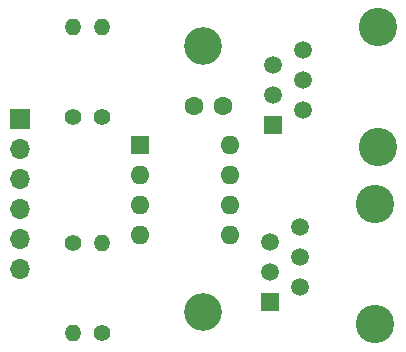
<source format=gbr>
%TF.GenerationSoftware,KiCad,Pcbnew,7.0.7*%
%TF.CreationDate,2024-02-24T14:04:37+01:00*%
%TF.ProjectId,Xnet,586e6574-2e6b-4696-9361-645f70636258,rev?*%
%TF.SameCoordinates,Original*%
%TF.FileFunction,Soldermask,Top*%
%TF.FilePolarity,Negative*%
%FSLAX46Y46*%
G04 Gerber Fmt 4.6, Leading zero omitted, Abs format (unit mm)*
G04 Created by KiCad (PCBNEW 7.0.7) date 2024-02-24 14:04:37*
%MOMM*%
%LPD*%
G01*
G04 APERTURE LIST*
%ADD10C,1.600000*%
%ADD11C,3.200000*%
%ADD12C,1.400000*%
%ADD13O,1.400000X1.400000*%
%ADD14R,1.700000X1.700000*%
%ADD15O,1.700000X1.700000*%
%ADD16C,3.250000*%
%ADD17R,1.520000X1.520000*%
%ADD18C,1.520000*%
%ADD19R,1.600000X1.600000*%
%ADD20O,1.600000X1.600000*%
G04 APERTURE END LIST*
D10*
%TO.C,C401*%
X138750000Y-95600000D03*
X136250000Y-95600000D03*
%TD*%
D11*
%TO.C,REF\u002A\u002A*%
X137000000Y-113000000D03*
%TD*%
D12*
%TO.C,R401*%
X128500000Y-96500000D03*
D13*
X128500000Y-88880000D03*
%TD*%
D14*
%TO.C,J403*%
X121500000Y-96650000D03*
D15*
X121500000Y-99190000D03*
X121500000Y-101730000D03*
X121500000Y-104270000D03*
X121500000Y-106810000D03*
X121500000Y-109350000D03*
%TD*%
D11*
%TO.C,REF\u002A\u002A*%
X137000000Y-90500000D03*
%TD*%
D16*
%TO.C,J402*%
X151620000Y-114080000D03*
X151620000Y-103920000D03*
D17*
X142730000Y-112170000D03*
D18*
X145270000Y-110900000D03*
X142730000Y-109630000D03*
X145270000Y-108360000D03*
X142730000Y-107090000D03*
X145270000Y-105820000D03*
%TD*%
D12*
%TO.C,R402*%
X126000000Y-96500000D03*
D13*
X126000000Y-88880000D03*
%TD*%
D12*
%TO.C,R403*%
X126000000Y-107190000D03*
D13*
X126000000Y-114810000D03*
%TD*%
D16*
%TO.C,J401*%
X151800000Y-99080000D03*
X151800000Y-88920000D03*
D17*
X142910000Y-97170000D03*
D18*
X145450000Y-95900000D03*
X142910000Y-94630000D03*
X145450000Y-93360000D03*
X142910000Y-92090000D03*
X145450000Y-90820000D03*
%TD*%
D12*
%TO.C,R404*%
X128500000Y-114810000D03*
D13*
X128500000Y-107190000D03*
%TD*%
D19*
%TO.C,U401*%
X131700000Y-98900000D03*
D20*
X131700000Y-101440000D03*
X131700000Y-103980000D03*
X131700000Y-106520000D03*
X139320000Y-106520000D03*
X139320000Y-103980000D03*
X139320000Y-101440000D03*
X139320000Y-98900000D03*
%TD*%
M02*

</source>
